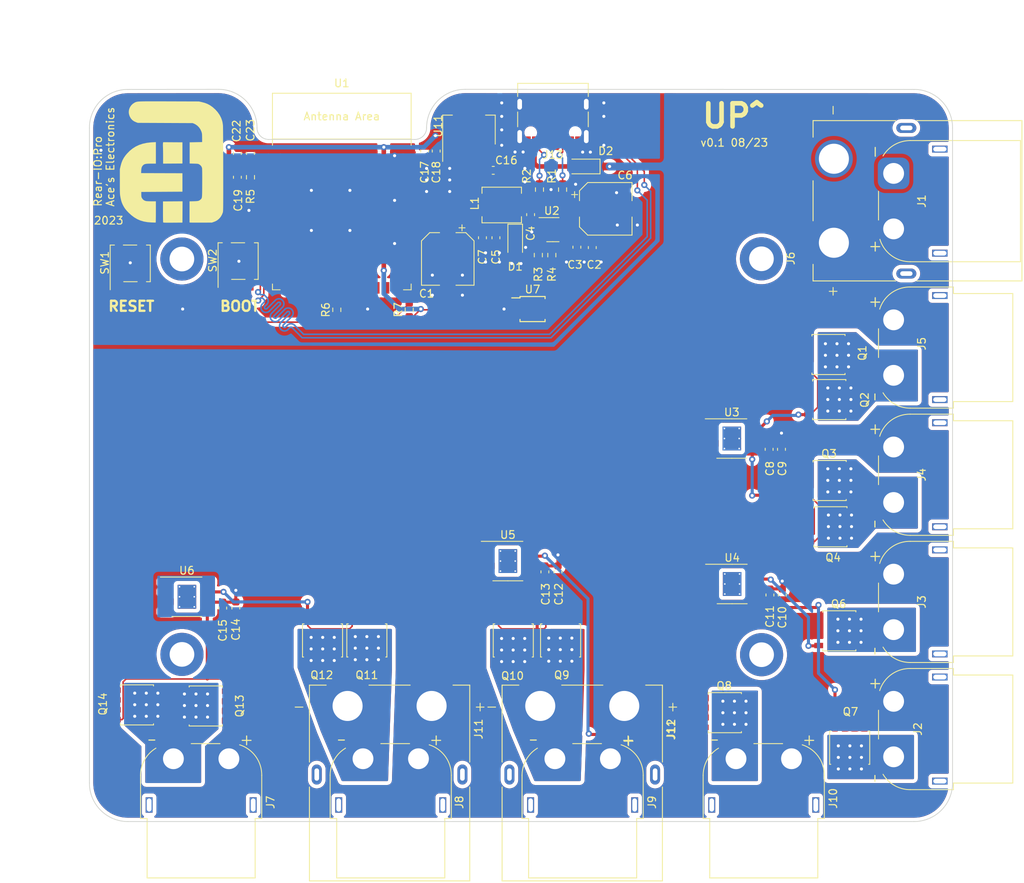
<source format=kicad_pcb>
(kicad_pcb (version 20221018) (generator pcbnew)
  (layers (0 "F.Cu" power) (1 "In1.Cu" signal) (2 "In2.Cu" signal) (31 "B.Cu" power) (34 "B.Paste" user) (35 "F.Paste" user) (36 "B.SilkS" user "B.Silkscreen") (37 "F.SilkS" user "F.Silkscreen") (38 "B.Mask" user) (39 "F.Mask" user) (44 "Edge.Cuts" user))
  (net 0 "")
  (net 34 "+5V")
  (net 35 "GND")
  (net 36 "Net-(U2-BST)")
  (net 37 "Net-(D1-K)")
  (net 38 "VBUS")
  (net 39 "Net-(J13-CC1)")
  (net 40 "USB_D+")
  (net 41 "USB_D-")
  (net 43 "Net-(J13-CC2)")
  (net 45 "Net-(U2-FB)")
  (net 46 "VIN")
  (net 47 "+3.3V")
  (net 48 "Net-(J2-Pin_1)")
  (net 49 "Net-(J3-Pin_1)")
  (net 50 "Net-(J4-Pin_1)")
  (net 51 "Net-(J5-Pin_1)")
  (net 52 "Net-(J7-Pin_1)")
  (net 53 "Net-(J11-Pin_1)")
  (net 54 "Net-(J12-Pin_1)")
  (net 55 "Net-(J10-Pin_1)")
  (net 56 "Net-(Q1-G)")
  (net 57 "Net-(Q3-G)")
  (net 58 "RST")
  (net 59 "Net-(Q10-G)")
  (net 60 "Net-(Q13-G)")
  (net 61 "Net-(U1-GPIO12{slash}TOUCH12{slash}ADC2_CH1{slash}FSPICLK{slash}FSPIIO6{slash}SUBSPICLK)")
  (net 78 "Net-(Q11-G)")
  (net 86 "Net-(Q8-G)")
  (net 87 "Net-(Q7-G)")
  (net 88 "Net-(Q6-G)")
  (net 89 "BOOT")
  (footprint "Acea:AMASS_XT90PW-F" (layer "F.Cu") (at 125.95 133.9 180)
    (fp_text reference "J11")
    (fp_text value "Conn_01x02_Pin")
  )
  (footprint "Resistor_SMD:R_0603_1608Metric" (layer "F.Cu") (at 107.9 56.4 -90)
    (fp_text reference "R5")
    (fp_text value "16k")
  )
  (footprint "Package_TO_SOT_SMD:LFPAK56" (layer "F.Cu") (at 184.3 115.25)
    (fp_text reference "Q6")
    (fp_text value "NTMFS4C03N-HXY")
  )
  (footprint "Capacitor_SMD:CP_Elec_6.3x7.7" (layer "F.Cu") (at 154 60.5)
    (fp_text reference "C6")
    (fp_text value "220uF")
  )
  (footprint "Connector_AMASS:AMASS_XT60PW-F_1x02_P7.20mm_Horizontal" (layer "F.Cu") (at 147.4 131.85 180)
    (fp_text reference "J9")
    (fp_text value "Conn_01x02_Pin")
  )
  (footprint "Package_TO_SOT_SMD:LFPAK56" (layer "F.Cu") (at 93.17 124.86)
    (fp_text reference "Q14")
    (fp_text value "NTMFS4C03N-HXY")
  )
  (footprint "Package_TO_SOT_SMD:SOT-23-6" (layer "F.Cu") (at 147.1375 63.2)
    (fp_text reference "U2")
    (fp_text value "AOZ1280CI")
  )
  (footprint "Resistor_SMD:R_0603_1608Metric" (layer "F.Cu") (at 145.4 58 90)
    (fp_text reference "R2")
    (fp_text value "5.1k")
  )
  (footprint "Package_TO_SOT_SMD:LFPAK56" (layer "F.Cu") (at 183.05 95.75)
    (fp_text reference "Q3")
    (fp_text value "NTMFS4C03N-HXY")
  )
  (footprint "Capacitor_SMD:C_0603_1608Metric" (layer "F.Cu") (at 107.9 53.3 90)
    (fp_text reference "C23")
    (fp_text value "100nF")
  )
  (footprint "Capacitor_SMD:CP_Elec_6.3x5.4" (layer "F.Cu") (at 133.5 67 -90)
    (fp_text reference "C1")
    (fp_text value "22uF")
  )
  (footprint "MountingHole:MountingHole_3.2mm_M3_DIN965_Pad" (layer "F.Cu") (at 99 67.01)
    (fp_text reference "H1" hide)
    (fp_text value "MountingHole")
  )
  (footprint "Capacitor_SMD:C_0603_1608Metric" (layer "F.Cu") (at 139.4 55.5)
    (fp_text reference "C16")
    (fp_text value "100nF")
  )
  (footprint "Package_TO_SOT_SMD:LFPAK56" (layer "F.Cu") (at 142 116.5 -90)
    (fp_text reference "Q10")
    (fp_text value "NTMFS4C03N-HXY")
  )
  (footprint "MountingHole:MountingHole_3.2mm_M3_DIN965_Pad" (layer "F.Cu") (at 174.2 66.98)
    (fp_text reference "H2" hide)
    (fp_text value "MountingHole")
  )
  (footprint "Connector_AMASS:AMASS_XT60PW-F_1x02_P7.20mm_Horizontal" (layer "F.Cu") (at 122.5 131.85 180)
    (fp_text reference "J8")
    (fp_text value "Conn_01x02_Pin")
  )
  (footprint "Capacitor_SMD:C_0603_1608Metric" (layer "F.Cu") (at 144.25 61.25 90)
    (fp_text reference "C4")
    (fp_text value "100nF")
  )
  (footprint "Connector_AMASS:AMASS_XT60PW-F_1x02_P7.20mm_Horizontal" (layer "F.Cu") (at 97.9 131.85 180)
    (fp_text reference "J7")
    (fp_text value "Conn_01x02_Pin")
  )
  (footprint "Capacitor_SMD:C_0603_1608Metric" (layer "F.Cu") (at 106.2 56.4 -90)
    (fp_text reference "C19")
    (fp_text value "100nF")
  )
  (footprint "Package_SO:HSOP-8-1EP_3.9x4.9mm_P1.27mm_EP2.41x3.1mm_ThermalVias" (layer "F.Cu") (at 141.295 106.2)
    (fp_text reference "U5")
    (fp_text value "MIC4426")
  )
  (footprint "Capacitor_SMD:C_0603_1608Metric" (layer "F.Cu") (at 138 64.25 -90)
    (fp_text reference "C7")
    (fp_text value "10uF")
  )
  (footprint "Connector_AMASS:AMASS_XT60PW-M_1x02_P7.20mm_Horizontal" (layer "F.Cu") (at 191.35 55.9 -90)
    (fp_text reference "J1")
    (fp_text value "Conn_01x02_Pin")
  )
  (footprint "Connector_AMASS:AMASS_XT60PW-F_1x02_P7.20mm_Horizontal" (layer "F.Cu") (at 191.35 82.1 -90)
    (fp_text reference "J5")
    (fp_text value "Conn_01x02_Pin")
  )
  (footprint "Package_TO_SOT_SMD:SOT-223" (layer "F.Cu") (at 136.25 50.25 90)
    (fp_text reference "U11")
    (fp_text value "TLV1117-33")
  )
  (footprint "Resistor_SMD:R_0603_1608Metric" (layer "F.Cu") (at 119.1 73.6 90)
    (fp_text reference "R6")
    (fp_text value "16k")
  )
  (footprint "Connector_AMASS:AMASS_XT60PW-F_1x02_P7.20mm_Horizontal" (layer "F.Cu") (at 191.35 131.6 -90)
    (fp_text reference "J2")
    (fp_text value "Conn_01x02_Pin")
  )
  (footprint "Capacitor_SMD:C_0603_1608Metric" (layer "F.Cu") (at 106.2 53.3 90)
    (fp_text reference "C22")
    (fp_text value "10uF")
  )
  (footprint "Capacitor_SMD:C_0603_1608Metric" (layer "F.Cu") (at 146.1 107.6 -90)
    (fp_text reference "C13")
    (fp_text value "100nF")
  )
  (footprint "Inductor_SMD:L_Chilisin_BMRA00040415" (layer "F.Cu") (at 140.5 60 180)
    (fp_text reference "L1")
    (fp_text value "10uH")
  )
  (footprint "Package_TO_SOT_SMD:LFPAK56" (layer "F.Cu") (at 102.1 125 180)
    (fp_text reference "Q13")
    (fp_text value "NTMFS4C03N-HXY")
  )
  (footprint "Resistor_SMD:R_0603_1608Metric" (layer "F.Cu") (at 145.25 66.5 -90)
    (fp_text reference "R3")
    (fp_text value "82k")
  )
  (footprint "Package_TO_SOT_SMD:LFPAK56" (layer "F.Cu") (at 185.65 130.42 -90)
    (fp_text reference "Q7")
    (fp_text value "NTMFS4C03N-HXY")
  )
  (footprint "Capacitor_SMD:C_0603_1608Metric" (layer "F.Cu") (at 106 112.285 -90)
    (fp_text reference "C14")
    (fp_text value "10uF")
  )
  (footprint "Resistor_SMD:R_0603_1608Metric" (layer "F.Cu") (at 147 66.5 90)
    (fp_text reference "R4")
    (fp_text value "16k")
  )
  (footprint "Package_TO_SOT_SMD:LFPAK56" (layer "F.Cu") (at 169.45 125.87)
    (fp_text reference "Q8")
    (fp_text value "NTMFS4C03N-HXY")
  )
  (footprint "Package_SO:TSSOP-10_3x3mm_P0.5mm" (layer "F.Cu") (at 144.5 73.5)
    (fp_text reference "U7")
    (fp_text value "ADS1115IDGS")
  )
  (footprint "Package_TO_SOT_SMD:LFPAK56" (layer "F.Cu") (at 182.9 79.4)
    (fp_text reference "Q1")
    (fp_text value "NTMFS4C03N-HXY")
  )
  (footprint "Capacitor_SMD:C_0603_1608Metric" (layer "F.Cu") (at 147.8 107.6 -90)
    (fp_text reference "C12")
    (fp_text value "10uF")
  )
  (footprint "Capacitor_SMD:C_0603_1608Metric" (layer "F.Cu") (at 130.5 53 -90)
    (fp_text reference "C17")
    (fp_text value "10uF")
  )
  (footprint "Capacitor_SMD:C_0603_1608Metric" (layer "F.Cu") (at 132 53 -90)
    (fp_text reference "C18")
    (fp_text value "100nF")
  )
  (footprint "Capacitor_SMD:C_0603_1608Metric" (layer "F.Cu") (at 104.3 112.3 -90)
    (fp_text reference "C15")
    (fp_text value "100nF")
  )
  (footprint "Acea:ae_15mm" (layer "F.Cu") (at 97.6 54.6)
    (fp_text reference "G***" hide)
    (fp_text value "LOGO" hide)
  )
  (footprint "Package_TO_SOT_SMD:LFPAK56" (layer "F.Cu") (at 183.15 101.75)
    (fp_text reference "Q4")
    (fp_text value "NTMFS4C03N-HXY")
  )
  (footprint "Capacitor_SMD:C_0603_1608Metric" (layer "F.Cu") (at 152.25 65.525 -90)
    (fp_text reference "C2")
    (fp_text value "10uF")
  )
  (footprint "Acea:TS4550TP" (layer "F.Cu") (at 106.3 67.2 90)
    (fp_text reference "SW2")
    (fp_text value "C620183")
  )
  (footprint "Package_SO:HSOP-8-1EP_3.9x4.9mm_P1.27mm_EP2.41x3.1mm_ThermalVias" (layer "F.Cu") (at 99.65 110.835)
    (fp_text reference "U6")
    (fp_text value "MIC4426")
  )
  (footprint "Connector_USB:USB_C_Receptacle_G-Switch_GT-USB-7010ASV" (layer "F.Cu") (at 147.15 48 180)
    (fp_text reference "J13")
    (fp_text value "USB_C_Receptacle_USB2.0")
  )
  (footprint "Capacitor_SMD:C_0603_1608Metric" (layer "F.Cu") (at 175.3 110.6 -90)
    (fp_text reference "C11")
    (fp_text value "100nF")
  )
  (footprint "Resistor_SMD:R_0603_1608Metric" (layer "F.Cu") (at 148.4 58 -90)
    (fp_text reference "R1")
    (fp_text value "5.1k")
  )
  (footprint "Connector_AMASS:AMASS_XT60PW-F_1x02_P7.20mm_Horizontal" (layer "F.Cu") (at 170.9 131.85 180)
    (fp_text reference "J10")
    (fp_text value "Conn_01x02_Pin")
  )
  (footprint "Package_SO:HSOP-8-1EP_3.9x4.9mm_P1.27mm_EP2.41x3.1mm_ThermalVias" (layer "F.Cu") (at 170.355 90.3)
    (fp_text reference "U3")
    (fp_text value "MIC4426")
  )
  (footprint "Connector_AMASS:AMASS_XT60PW-F_1x02_P7.20mm_Horizontal" (layer "F.Cu") (at 191.35 98.6 -90)
    (fp_text reference "J4")
    (fp_text value "Conn_01x02_Pin")
  )
  (footprint "Package_TO_SOT_SMD:LFPAK56" (layer "F.Cu") (at 148.14 116.5 -90)
    (fp_text reference "Q9")
    (fp_text value "NTMFS4C03N-HXY")
  )
  (footprint "Capacitor_SMD:C_0603_1608Metric" (layer "F.Cu") (at 176.9 110.6 -90)
    (fp_text reference "C10")
    (fp_text value "10uF")
  )
  (footprint "MountingHole:MountingHole_3.2mm_M3_DIN965_Pad" (layer "F.Cu") (at 99.01 118.31)
    (fp_text reference "H4" hide)
    (fp_text value "MountingHole")
  )
  (footprint "Diode_SMD:Nexperia_CFP3_SOD-123W" (layer "F.Cu") (at 142.25 64.75 -90)
    (fp_text reference "D1")
    (fp_text value "PMEG6020ER")
  )
  (footprint "MountingHole:MountingHole_3.2mm_M3_DIN965_Pad" (layer "F.Cu") (at 174.22 118.35)
    (fp_text reference "H3" hide)
    (fp_text value "MountingHole")
  )
  (footprint "Capacitor_SMD:C_0603_1608Metric" (layer "F.Cu") (at 176.8 91.7 -90)
    (fp_text reference "C9")
    (fp_text value "100nF")
  )
  (footprint "Package_TO_SOT_SMD:LFPAK56" (layer "F.Cu") (at 117.25 116.5 -90)
    (fp_text reference "Q12")
    (fp_text value "NTMFS4C03N-HXY")
  )
  (footprint "Acea:TS4550TP" (layer "F.Cu") (at 92.3 67.5 90)
    (fp_text reference "SW1")
    (fp_text value "C620183")
  )
  (footprint "Acea:AMASS_XT90PW-F" (layer "F.Cu") (at 150.95 133.9 180)
    (fp_text reference "J12")
    (fp_text value "Conn_01x02_Pin")
  )
  (footprint "Espressif:ESP32-S3-WROOM-1" (layer "F.Cu") (at 119.75 61.25)
    (fp_text reference "U1")
    (fp_text value "ESP32-S3-WROOM-1")
  )
  (footprint "Capacitor_SMD:C_0603_1608Metric" (layer "F.Cu") (at 175.2 91.7 -90)
    (fp_text reference "C8")
    (fp_text value "10uF")
  )
  (footprint "Resistor_SMD:R_0603_1608Metric" (layer "F.Cu") (at 128.5 73.6 90)
    (fp_text reference "R7")
    (fp_text value "16k")
  )
  (footprint "Package_TO_SOT_SMD:LFPAK56" (layer "F.Cu") (at 183 85.25)
    (fp_text reference "Q2")
    (fp_text value "NTMFS4C03N-HXY")
  )
  (footprint "Connector_AMASS:AMASS_XT60PW-F_1x02_P7.20mm_Horizontal" (layer "F.Cu") (at 191.35 115.1 -90)
    (fp_text reference "J3")
    (fp_text value "Conn_01x02_Pin")
  )
  (footprint "Capacitor_SMD:C_0603_1608Metric" (layer "F.Cu") (at 139.75 64.25 -90)
    (fp_text reference "C5")
    (fp_text value "100nF")
  )
  (footprint "Diode_SMD:Nexperia_CFP3_SOD-123W" (layer "F.Cu") (at 151 55 180)
    (fp_text reference "D2")
    (fp_text value "PMEG6020ER")
  )
  (footprint "Package_TO_SOT_SMD:LFPAK56" (layer "F.Cu") (at 123 116.5 -90)
    (fp_text reference "Q11")
    (fp_text value "NTMFS4C03N-HXY")
  )
  (footprint "Package_SO:HSOP-8-1EP_3.9x4.9mm_P1.27mm_EP2.41x3.1mm_ThermalVias" (layer "F.Cu") (at 170.4 109.175)
    (fp_text reference "U4")
    (fp_text value "MIC4426")
  )
  (footprint "Capacitor_SMD:C_0603_1608Metric" (layer "F.Cu") (at 150.25 65.475 -90)
    (fp_text reference "C3")
    (fp_text value "100nF")
  )
  (footprint "Acea:AMASS_XT90PW-M" (layer "F.Cu") (at 193 59.45 90)
    (fp_text reference "J6")
    (fp_text value "Conn_01x02_Pin")
  )
  (gr_line (start 110.25 51.49) (end 129.25 51.49) (stroke (width 0.1)) (layer "Edge.Cuts"))
  (gr_line (start 199 50) (end 199 135) (stroke (width 0.1)) (layer "Edge.Cuts"))
  (gr_line (start 87 135) (end 87 50) (stroke (width 0.1)) (layer "Edge.Cuts"))
  (gr_arc (start 92 140) (mid 88.464466 138.535534) (end 87 135) (stroke (width 0.1)) (layer "Edge.Cuts"))
  (gr_arc (start 194 45) (mid 197.535534 46.464466) (end 199 50) (stroke (width 0.1)) (layer "Edge.Cuts"))
  (gr_arc (start 130.75 49.99) (mid 130.31066 51.05066) (end 129.25 51.49) (stroke (width 0.1)) (layer "Edge.Cuts"))
  (gr_arc (start 110.25 51.49) (mid 109.18934 51.05066) (end 108.75 49.99) (stroke (width 0.1)) (layer "Edge.Cuts"))
  (gr_line (start 194 140) (end 92 140) (stroke (width 0.1)) (layer "Edge.Cuts"))
  (gr_arc (start 103.75 44.99) (mid 107.285534 46.454466) (end 108.75 49.99) (stroke (width 0.1)) (layer "Edge.Cuts"))
  (gr_line (start 92 45) (end 103.75 44.99) (stroke (width 0.1)) (layer "Edge.Cuts"))
  (gr_arc (start 130.75 49.99) (mid 132.214466 46.454466) (end 135.75 44.99) (stroke (width 0.1)) (layer "Edge.Cuts"))
  (gr_line (start 135.75 44.99) (end 194 45) (stroke (width 0.1)) (layer "Edge.Cuts"))
  (gr_arc (start 199 135) (mid 197.535534 138.535534) (end 194 140) (stroke (width 0.1)) (layer "Edge.Cuts"))
  (gr_arc (start 87 50) (mid 88.464466 46.464466) (end 92 45) (stroke (width 0.1)) (layer "Edge.Cuts"))
  (gr_text "RESET" (at 89.3 73.9) (layer "F.SilkS") (effects (font (size 1.3 1.3) (thickness 0.3) bold) (justify left bottom)))
  (gr_text "BOOT" (at 103.8 73.9) (layer "F.SilkS") (effects (font (size 1.3 1.3) (thickness 0.3) bold) (justify left bottom)))
  (gr_text "2023" (at 87.5 62.6) (layer "F.SilkS") (effects (font (size 1 1)) (justify left bottom)))
  (gr_text "Rear-IO:Pro\nAce's Electronics" (at 90.3 60.3 90) (layer "F.SilkS") (effects (font (size 1 1)) (justify left bottom)))
  (gr_text "v0.1 08/23" (at 166.2 52.5) (layer "F.SilkS") (effects (font (size 1 1)) (justify left bottom)))
  (gr_text "UP^" (at 166.2 50.2) (layer "F.SilkS") (effects (font (size 3 3) (thickness 0.6) bold) (justify left bottom)))
  (segment (start 137.25 68.75) (end 133.5 65) (width 0.2) (layer "F.Cu") (net 34))
  (segment (start 145.25 66) (end 144.475 66.775) (width 0.2) (layer "F.Cu") (net 34))
  (segment (start 144 68.75) (end 137.25 68.75) (width 0.2) (layer "F.Cu") (net 34))
  (segment (start 145.25 65.675) (end 145.25 66) (width 0.2) (layer "F.Cu") (net 34))
  (segment (start 144.475 66.775) (end 144.475 68.275) (width 0.2) (layer "F.Cu") (net 34))
  (segment (start 144.475 68.275) (end 144 68.75) (width 0.2) (layer "F.Cu") (net 34))
  (segment (start 147.925 65.675) (end 148.5 66.25) (width 0.5) (layer "F.Cu") (net 35))
  (segment (start 147.1625 65.5125) (end 147 65.675) (width 0.5) (layer "F.Cu") (net 35))
  (segment (start 148.5 66.25) (end 152.2 66.25) (width 0.5) (layer "F.Cu") (net 35))
  (segment (start 147.1625 63.6625) (end 147.1625 65.5125) (width 0.5) (layer "F.Cu") (net 35))
  (segment (start 150.35 51.725) (end 150.87 51.725) (width 0.6) (layer "F.Cu") (net 35))
  (segment (start 147 65.675) (end 147.925 65.675) (width 0.5) (layer "F.Cu") (net 35))
  (segment (start 142.35 73.5) (end 140.8 73.5) (width 0.2) (layer "F.Cu") (net 35))
  (segment (start 150.87 51.725) (end 151.47 51.125) (width 0.6) (layer "F.Cu") (net 35))
  (segment (start 146.7 63.2) (end 147.1625 63.6625) (width 0.5) (layer "F.Cu") (net 35))
  (segment (start 146 63.2) (end 146.7 63.2) (width 0.5) (layer "F.Cu") (net 35))
  (via (at 133.75 56.75) (size 0.8) (drill 0.4) (layers "F.Cu" "B.Cu") (net 35))
  (via (at 140.5 52.25) (size 0.8) (drill 0.4) (layers "F.Cu" "B.Cu") (net 35))
  (via (at 151 53.137637) (size 0.8) (drill 0.4) (layers "F.Cu" "B.Cu") (net 35))
  (via (at 130.75 55.25) (size 0.8) (drill 0.4) (layers "F.Cu" "B.Cu") (net 35))
  (via (at 140.2 67.4) (size 0.8) (drill 0.4) (layers "F.Cu" "B.Cu") (net 35))
  (via (at 153.75 46.75) (size 0.8) (drill 0.4) (layers "F.Cu" "B.Cu") (net 35))
  (via (at 143.6 65.5) (size 0.8) (drill 0.4) (layers "F.Cu" "B.Cu") (net 35))
  (via (at 140.2 66.2) (size 0.8) (drill 0.4) (layers "F.Cu" "B.Cu") (net 35))
  (via (at 140.5 46.75) (size 0.8) (drill 0.4) (layers "F.Cu" "B.Cu") (net 35))
  (via (at 153.4 67.4) (size 0.8) (drill 0.4) (layers "F.Cu" "B.Cu") (net 35))
  (via (at 143.5 57) (size 0.8) (drill 0.4) (layers "F.Cu" "B.Cu") (net 35))
  (via (at 144.4 63.5) (size 0.8) (drill 0.4) (layers "F.Cu" "B.Cu") (net 35))
  (via (at 123.1 73.5) (size 0.8) (drill 0.4) (layers "F.Cu" "B.Cu") (net 35))
  (via (at 155.4 58.4) (size 0.8) (drill 0.4) (layers "F.Cu" "B.Cu") (net 35))
  (via (at 146.898236 58) (size 0.8) (drill 0.4) (layers "F.Cu" "B.Cu") (net 35))
  (via (at 140.8 73.5) (size 0.8) (drill 0.4) (layers "F.Cu" "B.Cu") (net 35))
  (via (at 143.275 53.125) (size 0.8) (drill 0.4) (layers "F.Cu" "B.Cu") (net 35))
  (via (at 120.8 58.1) (size 0.8) (drill 0.4) (layers "F.Cu" "B.Cu") (net 35))
  (via (at 131.5 71.7) (size 0.8) (drill 0.4) (layers "F.Cu" "B.Cu") (net 35))
  (via (at 150.086172 57.309318) (size 0.8) (drill 0.4) (layers "F.Cu" "B.Cu") (net 35))
  (via (at 143 67.6) (size 0.8) (drill 0.4) (layers "F.Cu" "B.Cu") (net 35))
  (via (at 158.1 62.6) (size 0.8) (drill 0.4) (layers "F.Cu" "B.Cu") (net 35))
  (via (at 92.3 67.5) (size 0.8) (drill 0.4) (layers "F.Cu" "B.Cu") (net 35))
  (via (at 126.6 65) (size 0.8) (drill 0.4) (layers "F.Cu" "B.Cu") (net 35))
  (via (at 138.4 67.4) (size 0.8) (drill 0.4) (layers "F.Cu" "B.Cu") (net 35))
  (via (at 133.75 58.25) (size 0.8) (drill 0.4) (layers "F.Cu" "B.Cu") (net 35))
  (via (at 135.4 69.1) (size 0.8) (drill 0.4) (layers "F.Cu" "B.Cu") (net 35))
  (via (at 115.8 63.3) (size 0.8) (drill 0.4) (layers "F.Cu" "B.Cu") (net 35))
  (via (at 138.4 66.2) (size 0.8) (drill 0.4) (layers "F.Cu" "B.Cu") (net 35))
  (via (at 141.8 67.6) (size 0.8) (drill 0.4) (layers "F.Cu" "B.Cu") (net 35))
  (via (at 115.8 58.1) (size 0.8) (drill 0.4) (layers "F.Cu" "B.Cu") (net 35))
  (via (at 151.2 67.4) (size 0.8) (drill 0.4) (layers "F.Cu" "B.Cu") (net 35))
  (via (at 148.9 67.4) (size 0.8) (drill 0.4) (layers "F.Cu" "B.Cu") (net 35))
  (via (at 131.5 69.1) (size 0.8) (drill 0.4) (layers "F.Cu" "B.Cu") (net 35))
  (via (at 140.5 50.25) (size 0.8) (drill 0.4) (layers "F.Cu" "B.Cu") (net 35))
  (via (at 99.1 73.5) (size 0.8) (drill 0.4) (layers "F.Cu" "B.Cu") (net 35))
  (via (at 88.5 52.9) (size 0.8) (drill 0.4) (layers "F.Cu" "B.Cu") (net 35))
  (via (at 140.5 48.5) (size 0.8) (drill 0.4) (layers "F.Cu" "B.Cu") (net 35))
  (via (at 130.75 56.75) (size 0.8) (drill 0.4) (layers "F.Cu" "B.Cu") (net 35))
  (via (at 126.6 59.4) (size 0.8) (drill 0.4) (layers "F.Cu" "B.Cu") (net 35))
  (via (at 133.75 55.25) (size 0.8) (drill 0.4) (layers "F.Cu" "B.Cu") (net 35))
  (via (at 130.75 58.25) (size 0.8) (drill 0.4) (layers "F.Cu" "B.Cu") (net 35))
  (via (at 152 53.137637) (size 0.8) (drill 0.4) (layers "F.Cu" "B.Cu") (net 35))
  (via (at 142.225 53.125) (size 0.8) (drill 0.4) (layers "F.Cu" "B.Cu") (net 35))
  (via (at 120.8 63.3) (size 0.8) (drill 0.4) (layers "F.Cu" "B.Cu") (net 35))
  (via (at 153.75 48.5) (size 0.8) (drill 0.4) (layers "F.Cu" "B.Cu") (net 35))
  (via (at 146.898236 56.350293) (size 0.8) (drill 0.4) (layers "F.Cu" "B.Cu") (net 35))
  (via (at 107.7 60.7) (size 0.8) (drill 0.4) (layers "F.Cu" "B.Cu") (net 35))
  (via (at 155.5 62.6) (size 0.8) (drill 0.4) (layers "F.Cu" "B.Cu") (net 35))
  (via (at 135.4 71.7) (size 0.8) (drill 0.4) (layers "F.Cu" "B.Cu") (net 35))
  (via (at 106.4 67.3) (size 0.8) (drill 0.4) (layers "F.Cu" "B.Cu") (net 35))
  (via (at 126.6 53.6) (size 0.8) (drill 0.4) (layers "F.Cu" "B.Cu") (net 35))
  (via (at 143.5 55.25) (size 0.8) (drill 0.4) (layers "F.Cu" "B.Cu") (net 35))
  (via (at 153.75 52.25) (size 0.8) (drill 0.4) (layers "F.Cu" "B.Cu") (net 35))
  (segment (start 146 62.25) (end 145.5 62.25) (width 0.6) (layer "F.Cu") (net 36))
  (segment (start 144.25 62.025) (end 145.225 62.025) (width 0.6) (layer "F.Cu") (net 36))
  (segment (start 145.5 62.25) (end 145.25 62) (width 0.6) (layer "F.Cu") (net 36))
  (segment (start 145.225 62.025) (end 145.25 62) (width 0.6) (layer "F.Cu") (net 36))
  (segment (start 149.55 51.725) (end 149.55 54.95) (width 0.6) (layer "F.Cu") (net 38))
  (segment (start 144.75 51.725) (end 144.75 54.6) (width 0.6) (layer "F.Cu") (net 38))
  (segment (start 144.75 54.6) (end 145.15 55) (width 0.6) (layer "F.Cu") (net 38))
  (segment (start 145.15 55) (end 149.6 55) (width 0.6) (layer "F.Cu") (net 38))
  (segment (start 148 53.525) (end 148.4 53.125) (width 0.2) (layer "F.Cu") (net 39))
  (segment (start 148.4 56.166595) (end 148.387727 56.154322) (width 0.2) (layer "F.Cu") (net 39))
  (segment (start 148.4 53.125) (end 148.4 51.725) (width 0.2) (layer "F.Cu") (net 39))
  (segment (start 148.4 57.175) (end 148.4 56.166595) (width 0.2) (layer "F.Cu") (net 39))
  (via (at 148 53.525) (size 0.8) (drill 0.4) (layers "F.Cu" "B.Cu") (net 39))
  (via (at 148.387727 56.154322) (size 0.8) (drill 0.4) (layers "F.Cu" "B.Cu") (net 39))
  (segment (start 148.387727 53.912727) (end 148.387727 56.154322) (width 0.2) (layer "B.Cu") (net 39))
  (segment (start 148 53.525) (end 148.387727 53.912727) (width 0.2) (layer "B.Cu") (net 39))
  (segment (start 159 57.4) (end 159 55.648) (width 0.2) (layer "F.Cu") (net 40))
  (segment (start 109.631365 70.235032) (end 110.366397 69.5) (width 0.2) (layer "F.Cu") (net 40))
  (segment (start 110.366397 69.5) (end 111 69.5) (width 0.2) (layer "F.Cu") (net 40))
  (segment (start 147.25 50.0318) (end 147.25 50.6) (width 0.2) (layer "F.Cu") (net 40))
  (segment (start 147.4 50.75) (end 147.4 51.725) (width 0.2) (layer "F.Cu") (net 40))
  (segment (start 146.4 50.725) (end 146.525 50.6) (width 0.2) (layer "F.Cu") (net 40))
  (segment (start 152.227 48.875) (end 148.4068 48.875) (width 0.2) (layer "F.Cu") (net 40))
  (segment (start 146.4 51.725) (end 146.4 50.725) (width 0.2) (layer "F.Cu") (net 40))
  (segment (start 159 55.648) (end 152.227 48.875) (width 0.2) (layer "F.Cu") (net 40))
  (segment (start 148.4068 48.875) (end 147.25 50.0318) (width 0.2) (layer "F.Cu") (net 40))
  (segment (start 108.9 72.4) (end 109.631365 71.668635) (width 0.2) (layer "F.Cu") (net 40))
  (segment (start 147.25 50.6) (end 147.4 50.75) (width 0.2) (layer "F.Cu") (net 40))
  (segment (start 109.631365 71.668635) (end 109.631365 70.235032) (width 0.2) (layer "F.Cu") (net 40))
  (segment (start 146.525 50.6) (end 147.25 50.6) (width 0.2) (layer "F.Cu") (net 40))
  (via (at 159 57.4) (size 0.8) (drill 0.4) (layers "F.Cu" "B.Cu") (net 40))
  (via (at 108.9 72.4) (size 0.8) (drill 0.4) (layers "F.Cu" "B.Cu") (net 40))
  (segment (start 110.372106 73.749216) (end 110.372106 73.749217) (width 0.2) (layer "B.Cu") (net 40))
  (segment (start 111.57422 74.951269) (end 111.57422 74.95127) (width 0.2) (layer "B.Cu") (net 40))
  (segment (start 109.466697 72.084897) (end 109.6909 72.309099) (width 0.2) (layer "B.Cu") (net 40))
  (segment (start 112.776285 76.153371) (end 112.776285 76.153372) (width 0.2) (layer "B.Cu") (net 40))
  (segment (start 112.934168 74.157007) (end 112.934169 74.157006) (width 0.2) (layer "B.Cu") (net 40))
  (segment (start 109.215103 72.084897) (end 109.466697 72.084897) (width 0.2) (layer "B.Cu") (net 40))
  (segment (start 111.57422 74.95127) (end 112.112744 74.412744) (width 0.2) (layer "B.Cu") (net 40))
  (segment (start 111.732072 72.954937) (end 111.732073 72.954936) (width 0.2) (layer "B.Cu") (net 40))
  (segment (start 111.069762 73.051563) (end 111.449229 72.672093) (width 0.2) (layer "B.Cu") (net 40))
  (segment (start 159.825001 58.225001) (end 159 57.4) (width 0.2) (layer "B.Cu") (net 40))
  (segment (start 146.8932 77.225) (end 159.825001 64.293199) (width 0.2) (layer "B.Cu") (net 40))
  (segment (start 108.9 72.4) (end 109.215103 72.084897) (width 0.2) (layer "B.Cu") (net 40))
  (segment (start 112.934169 74.157006) (end 111.857044 75.23413) (width 0.2) (layer "B.Cu") (net 40))
  (segment (start 109.6909 72.591943) (end 109.6909 72.591942) (width 0.2) (layer "B.Cu") (net 40))
  (segment (start 110.65498 74.95127) (end 110.654979 74.95127) (width 0.2) (layer "B.Cu") (net 40))
  (segment (start 114.6068 77.225) (end 146.8932 77.225) (width 0.2) (layer "B.Cu") (net 40))
  (segment (start 112.776285 76.153372) (end 113.014307 75.915349) (width 0.2) (layer "B.Cu") (net 40))
  (segment (start 109.452866 73.749217) (end 109.452865 73.749217) (width 0.2) (layer "B.Cu") (net 40))
  (segment (start 111.857043 76.153371) (end 111.857044 76.153372) (width 0.2) (layer "B.Cu") (net 40))
  (segment (start 110.372106 73.749217) (end 111.069762 73.051563) (width 0.2) (layer "B.Cu") (net 40))
  (segment (start 111.732073 72.954936) (end 110.654979 74.032029) (width 0.2) (layer "B.Cu") (net 40))
  (segment (start 159.825001 64.293199) (end 159.825001 58.225001) (width 0.2) (layer "B.Cu") (net 40))
  (segment (start 113.297149 75.915349) (end 114.6068 77.225) (width 0.2) (layer "B.Cu") (net 40))
  (segment (start 111.732072 72.672094) (end 111.732073 72.672094) (width 0.2) (layer "B.Cu") (net 40))
  (segment (start 113.29715 75.91535) (end 113.297149 75.915349) (width 0.2) (layer "B.Cu") (net 40))
  (segment (start 112.112744 74.412744) (end 112.651327 73.874164) (width 0.2) (layer "B.Cu") (net 40))
  (segment (start 109.6909 72.591942) (end 109.452865 72.829976) (width 0.2) (layer "B.Cu") (net 40))
  (arc (start 110.654979 74.032029) (mid 110.464598 74.49165) (end 110.65498 74.95127) (width 0.2) (layer "B.Cu") (net 40))
  (arc (start 109.452865 73.749217) (mid 109.912486 73.939598) (end 110.372106 73.749216) (width 0.2) (layer "B.Cu") (net 40))
  (arc (start 111.732073 72.672094) (mid 111.790651 72.813516) (end 111.732072 72.954937) (width 0.2) (layer "B.Cu") (net 40))
  (arc (start 111.449229 72.672093) (mid 111.590651 72.613515) (end 111.732072 72.672094) (width 0.2) (layer "B.Cu") (net 40))
  (arc (start 109.452865 72.829976) (mid 109.262484 73.289597) (end 109.452866 73.749217) (width 0.2) (layer "B.Cu") (net 40))
  (arc (start 110.654979 74.95127) (mid 111.1146 75.141651) (end 111.57422 74.951269) (width 0.2) (layer "B.Cu") (net 40))
  (arc (start 111.857044 76.153372) (mid 112.316665 76.343753) (end 112.776285 76.153371) (width 0.2) (layer "B.Cu") (net 40))
  (arc (start 111.857044 75.23413) (mid 111.666662 75.69375) (end 111.857043 76.153371) (width 0.2) (layer "B.Cu") (net 40))
  (arc (start 112.651327 73.874164) (mid 112.792747 73.815585) (end 112.934169 73.874164) (width 0.2) (layer "B.Cu") (net 40))
  (arc (start 112.934169 73.874164) (mid 112.992747 74.015586) (end 112.934168 74.157007) (width 0.2) (layer "B.Cu") (net 40))
  (arc (start 113.014307 75.915349) (mid 113.155729 75.856771) (end 113.29715 75.91535) (width 0.2) (layer "B.Cu") (net 40))
  (arc (start 109.6909 72.309099) (mid 109.749479 72.450521) (end 109.6909 72.591943) (width 0.2) (layer "B.Cu") (net 40))
  (segment (start 109.55 68.35) (end 109.55 69.68) (width 0.2) (layer "F.Cu") (net 41))
  (segment (start 109.181363 71.001158) (end 108.881364 71.301157) (width 0.2) (layer "F.Cu") (net 41))
  (segment (start 158.1 58.1) (end 158.1 55.384397) (width 0.2) (layer "F.Cu") (net 41))
  (segment (start 158.1 55.384397) (end 152.040603 49.325) (width 0.2) (layer "F.Cu") (net 41))
  (segment (start 146.9 51.725) (end 146.9 52.575) (width 0.2) (layer "F.Cu") (net 41))
  (segment (start 109.55 69.68) (end 109.181363 70.048637) (width 0.2) (layer "F.Cu") (net 41))
  (segment (start 146.9 52.575) (end 147.075 52.75) (width 0.2) (layer "F.Cu") (net 41))
  (segment (start 147.7 50.484314) (end 147.9 50.684314) (width 0.2) (layer "F.Cu") (net 41))
  (segment (start 152.040603 49.325) (end 148.5932 49.325) (width 0.2) (layer "F.Cu") (net 41))
  (segment (start 147.9 50.684314) (end 147.9 51.725) (width 0.2) (layer "F.Cu") (net 41))
  (segment (start 148.5932 49.325) (end 147.7 50.2182) (width 0.2) (layer "F.Cu") (net 41))
  (segment (start 147.9 52.65) (end 147.9 51.725) (width 0.2) (layer "F.Cu") (net 41))
  (segment (start 147.8 52.75) (end 147.9 52.65) (width 0.2) (layer "F.Cu") (net 41))
  (segment (start 147.075 52.75) (end 147.8 52.75) (width 0.2) (layer "F.Cu") (net 41))
  (segment (start 110.88 68.35) (end 109.55 68.35) (width 0.2) (layer "F.Cu") (net 41))
  (segment (start 147.7 50.2182) (end 147.7 50.484314) (width 0.2) (layer "F.Cu") (net 41))
  (segment (start 111 68.23) (end 110.88 68.35) (width 0.2) (layer "F.Cu") (net 41))
  (segment (start 109.181363 70.048637) (end 109.181363 71.001158) (width 0.2) (layer "F.Cu") (net 41))
  (via (at 158.1 58.1) (size 0.8) (drill 0.4) (layers "F.Cu" "B.Cu") (net 41))
  (via (at 108.881364 71.301157) (size 0.8) (drill 0.4) (layers "F.Cu" "B.Cu") (net 41))
  (segment (start 111.256021 74.63307) (end 111.25602 74.633071) (width 0.2) (layer "B.Cu") (net 41))
  (segment (start 113.615348 75.59715) (end 113.615348 75.597149) (width 0.2) (layer "B.Cu") (net 41))
  (segment (start 113.615348 75.597149) (end 114.7932 76.775) (width 0.2) (layer "B.Cu") (net 41))
  (segment (start 113.252368 74.475204) (end 112.175243 75.552329) (width 0.2) (layer "B.Cu") (net 41))
  (segment (start 108.881364 71.301157) (end 109.215103 71.634896) (width 0.2) (layer "B.Cu") (net 41))
  (segment (start 113.252368 74.475205) (end 113.252368 74.475204) (width 0.2) (layer "B.Cu") (net 41))
  (segment (start 112.050271 72.353895) (end 112.050272 72.353895) (width 0.2) (layer "B.Cu") (net 41))
  (segment (start 112.458085 75.835172) (end 112.696107 75.597149) (width 0.2) (layer "B.Cu") (net 41))
  (segment (start 110.973179 74.633071) (end 110.973178 74.633071) (width 0.2) (layer "B.Cu") (net 41))
  (segment (start 159.374999 59.374999) (end 158.1 58.1) (width 0.2) (layer "B.Cu") (net 41))
  (segment (start 110.009099 72.910141) (end 109.771064 73.148175) (width 0.2) (layer "B.Cu") (net 41))
  (segment (start 109.215103 71.634896) (end 109.653096 71.634896) (width 0.2) (layer "B.Cu") (net 41))
  (segment (start 112.050271 73.273136) (end 112.050271 73.273135) (width 0.2) (layer "B.Cu") (net 41))
  (segment (start 112.050271 73.273135) (end 110.973178 74.350228) (width 0.2) (layer "B.Cu") (net 41))
  (segment (start 112.175242 75.835172) (end 112.175243 75.835172) (width 0.2) (layer "B.Cu") (net 41))
  (segment (start 109.771065 73.431018) (end 109.771064 73.431017) (width 0.2) (layer "B.Cu") (net 41))
  (segment (start 114.7932 76.775) (end 146.7068 76.775) (width 0.2) (layer "B.Cu") (net 41))
  (segment (start 159.374999 64.106801) (end 159.374999 59.374999) (width 0.2) (layer "B.Cu") (net 41))
  (segment (start 110.053907 73.431016) (end 110.053906 73.431017) (width 0.2) (layer "B.Cu") (net 41))
  (segment (start 112.458086 75.835171) (end 112.458085 75.835172) (width 0.2) (layer "B.Cu") (net 41))
  (segment (start 110.009099 72.910142) (end 110.009099 72.910141) (width 0.2) (layer "B.Cu") (net 41))
  (segment (start 111.25602 74.633071) (end 112.333125 73.555962) (width 0.2) (layer "B.Cu") (net 41))
  (segment (start 110.053906 73.431017) (end 111.13103 72.353894) (width 0.2) (layer "B.Cu") (net 41))
  (segment (start 146.7068 76.775) (end 159.374999 64.106801) (width 0.2) (layer "B.Cu") (net 41))
  (segment (start 109.653096 71.634896) (end 110.009099 71.9909) (width 0.2) (layer "B.Cu") (net 41))
  (arc (start 111.13103 72.353894) (mid 111.590651 72.163513) (end 112.050271 72.353895) (width 0.2) (layer "B.Cu") (net 41))
  (arc (start 112.175243 75.835172) (mid 112.316665 75.89375) (end 112.458086 75.835171) (width 0.2) (layer "B.Cu") (net 41))
  (arc (start 112.050272 72.353895) (mid 112.240653 72.813516) (end 112.050271 73.273136) (width 0.2) (layer "B.Cu") (net 41))
  (arc (start 110.973178 74.350228) (mid 110.9146 74.49165) (end 110.973179 74.633071) (width 0.2) (layer "B.Cu") (net 41))
  (arc (start 112.696107 75.597149) (mid 113.155728 75.406768) (end 113.615348 75.59715) (width 0.2) (layer "B.Cu") (net 41))
  (arc (start 109.771064 73.148175) (mid 109.712486 73.289597) (end 109.771065 73.431018) (width 0.2) (layer "B.Cu") (net 41))
  (arc (start 112.333125 73.555962) (mid 112.792746 73.365581) (end 113.252369 73.555964) (width 0.2) (layer "B.Cu") (net 41))
  (arc (start 112.175243 75.552329) (mid 112.116664 75.69375) (end 112.175242 75.835172) (width 0.2) (layer "B.Cu") (net 41))
  (arc (start 110.973178 74.633071) (mid 111.1146 74.691649) (end 111.256021 74.63307) (width 0.2) (layer "B.Cu") (net 41))
  (arc (start 113.252369 73.555964) (mid 113.44275 74.015585) (end 113.252368 74.475205) (width 0.2) (layer "B.Cu") (net 41))
  (arc (start 109.771064 73.431017) (mid 109.912486 73.489595) (end 110.053907 73.431016) (width 0.2) (layer "B.Cu") (net 41))
  (arc (start 110.009099 71.9909) (mid 110.19948 72.450521) (end 110.009099 72.910142) (width 0.2) (layer "B.Cu") (net 41))
  (segment (start 145.4 52.9) (end 145.4 51.725) (width 0.2) (layer "F.Cu") (net 43))
  (segment (start 145.4 56.199968) (end 145.407602 56.192366) (width 0.2) (layer "F.Cu") (net 43))
  (segment (start 145.4 57.175) (end 145.4 56.199968) (width 0.2) (layer "F.Cu") (net 43))
  (segment (start 146 53.5) (end 145.4 52.9) (width 0.2) (layer "F.Cu") (net 43))
  (via (at 145.407602 56.192366) (size 0.8) (drill 0.4) (layers "F.Cu" "B.Cu") (net 43))
  (via (at 146 53.5) (size 0.8) (drill 0.4) (layers "F.Cu" "B.Cu") (net 43))
  (segment (start 146 53.5) (end 145.407602 54.092398) (width 0.2) (layer "B.Cu") (net 43))
  (segment (start 145.407602 54.092398) (end 145.407602 56.192366) (width 0.2) (layer "B.Cu") (net 43))
  (segment (start 145.25 67.325) (end 146.025 66.55) (width 0.2) (layer "F.Cu") (net 45))
  (segment (start 146.025 66.55) (end 146.025 64.175) (width 0.2) (layer "F.Cu") (net 45))
  (segment (start 147 67.325) (end 145.25 67.325) (width 0.2) (layer "F.Cu") (net 45))
  (segment (start 173.005 90.935) (end 176.79 90.935) (width 0.4) (layer "F.Cu") (net 46))
  (segment (start 173.05 109.81) (end 176.885 109.81) (width 0.4) (layer "F.Cu") (net 46))
  (segment (start 106 110) (end 106 111.485) (width 0.4) (layer "F.Cu") (net 46))
  (segment (start 102.365 111.535) (end 102.3 111.47) (width 0.4) (layer "F.Cu") (net 46))
  (segment (start 176.8 90.925) (end 176.8 89.6) (width 0.4) (layer "F.Cu") (net 46))
  (segment (start 176.885 109.81) (end 176.9 109.825) (width 0.4) (layer "F.Cu") (net 46))
  (segment (start 143.955 106.825) (end 143.945 106.835) (width 0.4) (layer "F.Cu") (net 46))
  (segment (start 106.05 111.535) (end 102.365 111.535) (width 0.4) (layer "F.Cu") (net 46))
  (segment (start 176.79 90.935) (end 176.8 90.925) (width 0.4) (layer "F.Cu") (net 46))
  (segment (start 147.8 106.825) (end 147.8 105.4) (width 0.4) (layer "F.Cu") (net 46))
  (segment (start 176.9 109.825) (end 176.9 108.8) (width 0.4) (layer "F.Cu") (net 46))
  (segment (start 154.5 55) (end 152.4 55) (width 1) (layer "F.Cu") (net 46))
  (segment (start 106 111.485) (end 106.05 111.535) (width 0.4) (layer "F.Cu") (net 46))
  (segment (start 147.8 106.825) (end 143.955 106.825) (width 0.4) (layer "F.Cu") (net 46))
  (via (at 176.9 108.8) (size 0.8) (drill 0.4) (layers "F.Cu" "B.Cu") (net 46))
  (via (at 154.5 55) (size 0.8) (drill 0.4) (layers "F.Cu" "B.Cu") (net 46))
  (via (at 147.8 105.4) (size 0.8) (drill 0.4) (layers "F.Cu" "B.Cu") (net 46))
  (via (at 106 110) (size 0.8) (drill 0.4) (layers "F.Cu" "B.Cu") (net 46))
  (via (at 176.8 89.6) (size 0.8) (drill 0.4) (layers "F.Cu" "B.Cu") (net 46))
  (segment (start 173.7 55) (end 159.8 55) (width 1) (layer "B.Cu") (net 46))
  (segment (start 159.8 55) (end 154.5 55) (width 1) (layer "B.Cu") (net 46))
  (segment (start 183.6 64.9) (end 173.7 55) (width 1) (layer "B.Cu") (net 46))
  (segment (start 128.5 74.425) (end 129.075 74.425) (width 0.2) (layer "F.Cu") (net 47))
  (segment (start 106.385 54.26) (end 106.2 54.075) (width 0.6) (layer "F.Cu") (net 47))
  (segment (start 140.8 70.9) (end 138.1 73.6) (width 0.2) (layer "F.Cu") (net 47))
  (segment (start 105.1 53.8) (end 105.375 54.075) (width 0.6) (layer "F.Cu") (net 47))
  (segment (start 105.375 54.075) (end 106.2 54.075) (width 0.6) (layer "F.Cu") (net 47))
  (segment (start 129.075 74.425) (end 130 73.5) (width 0.2) (layer "F.Cu") (net 47))
  (segment (start 147.2 70.9) (end 140.8 70.9) (width 0.2) (layer "F.Cu") (net 47))
  (segment (start 125.2 52.5) (end 125.2 68.5) (width 0.6) (layer "F.Cu") (net 47))
  (segment (start 148.1 72.825) (end 148.1 71.8) (width 0.2) (layer "F.Cu") (net 47))
  (segment (start 148.1 71.8) (end 147.2 70.9) (width 0.2) (layer "F.Cu") (net 47))
  (segment (start 107.9 55.575) (end 107.9 54.075) (width 0.6) (layer "F.Cu") (net 47))
  (segment (start 138.1 73.6) (end 130.1 73.6) (width 0.2) (layer "F.Cu") (net 47))
  (segment (start 105.1 52.5) (end 105.1 53.8) (width 0.6) (layer "F.Cu") (net 47))
  (segment (start 111 54.26) (end 106.385 54.26) (width 0.6) (layer "F.Cu") (net 47))
  (segment (start 130.1 73.6) (end 130 73.5) (width 0.2) (layer "F.Cu") (net 47))
  (segment (start 146.65 73.5) (end 147.425 73.5) (width 0.2) (layer "F.Cu") (net 47))
  (segment (start 147.425 73.5) (end 148.1 72.825) (width 0.2) (layer "F.Cu") (net 47))
  (via (at 105.1 52.5) (size 0.8) (drill 0.4) (layers "F.Cu" "B.Cu") (net 47))
  (via (at 130 73.5) (size 0.8) (drill 0.4) (layers "F.Cu" "B.Cu") (net 47))
  (via (at 131.9 51) (size 0.8) (drill 0.4) (layers "F.Cu" "B.Cu") (net 47))
  (via (at 125.2 68.5) (size 0.8) (drill 0.4) (layers "F.Cu" "B.Cu") (net 47))
  (via (at 125.2 52.5) (size 0.8) (drill 0.4) (layers "F.Cu" "B.Cu") (net 47))
  (segment (start 127.2 73.5) (end 130 73.5) (width 0.6) (layer "B.Cu") (net 47))
  (segment (start 130.4 52.5) (end 125.2 52.5) (width 0.6) (layer "B.Cu") (net 47))
  (segment (start 131.9 51) (end 130.4 52.5) (width 0.6) (layer "B.Cu") (net 47))
  (segment (start 125.2 68.5) (end 125.2 71.5) (width 0.6) (layer "B.Cu") (net 47))
  (segment (start 125.2 52.5) (end 105.1 52.5) (width 0.6) (layer "B.Cu") (net 47))
  (segment (start 125.2 71.5) (end 127.2 73.5) (width 0.6) (layer "B.Cu") (net 47))
  (via (at 184.174123 130.175435) (size 0.8) (drill 0.4) (layers "F.Cu" "B.Cu") (net 48))
  (via (at 187.174123 130.175435) (size 0.8) (drill 0.4) (layers "F.Cu" "B.Cu") (net 48))
  (via (at 185.674123 130.175435) (size 0.8) (drill 0.4) (layers "F.Cu" "B.Cu") (net 48))
  (via (at 187.174123 133.175435) (size 0.8) (drill 0.4) (layers "F.Cu" "B.Cu") (net 48))
  (via (at 184.174123 131.675435) (size 0.8) (drill 0.4) (layers "F.Cu" "B.Cu") (net 48))
  (via (at 185.674123 133.175435) (size 0.8) (drill 0.4) (layers "F.Cu" "B.Cu") (net 48))
  (via (at 187.174123 131.675435) (size 0.8) (drill 0.4) (layers "F.Cu" "B.Cu") (net 48))
  (via (at 185.674123 131.675435) (size 0.8) (drill 0.4) (layers "F.Cu" "B.Cu") (net 48))
  (via (at 184.174123 133.175435) (size 0.8) (drill 0.4) (layers "F.Cu" "B.Cu") (net 48))
  (via (at 187.120712 115.243572) (size 0.8) (drill 0.4) (layers "F.Cu" "B.Cu") (net 49))
  (via (at 184.120712 116.743572) (size 0.8) (drill 0.4) (layers "F.Cu" "B.Cu") (net 49))
  (via (at 185.620712 113.743572) (size 0.8) (drill 0.4) (layers "F.Cu" "B.Cu") (net 49))
  (via (at 185.620712 115.243572) (size 0.8) (drill 0.4) (layers "F.Cu" "B.Cu") (net 49))
  (via (at 185.620712 116.743572) (size 0.8) (drill 0.4) (layers "F.Cu" "B.Cu") (net 49))
  (via (at 187.120712 113.743572) (size 0.8) (drill 0.4) (layers "F.Cu" "B.Cu") (net 49))
  (via (at 187.120712 116.743572) (size 0.8) (drill 0.4) (layers "F.Cu" "B.Cu") (net 49))
  (via (at 184.120712 113.743572) (size 0.8) (drill 0.4) (layers "F.Cu" "B.Cu") (net 49))
  (via (at 184.120712 115.243572) (size 0.8) (drill 0.4) (layers "F.Cu" "B.Cu") (net 49))
  (via (at 184.387718 101.7307) (size 0.8) (drill 0.4) (layers "F.Cu" "B.Cu") (net 50))
  (via (at 185.809064 97.226705) (size 0.8) (drill 0.4) (layers "F.Cu" "B.Cu") (net 50))
  (via (at 184.387718 103.2307) (size 0.8) (drill 0.4) (layers "F.Cu" "B.Cu") (net 50))
  (via (at 182.809064 95.726705) (size 0.8) (drill 0.4) (layers "F.Cu" "B.Cu") (net 50))
  (via (at 184.309064 97.226705) (size 0.8) (drill 0.4) (layers "F.Cu" "B.Cu") (net 50))
  (via (at 182.809064 97.226705) (size 0.8) (drill 0.4) (layers "F.Cu" "B.Cu") (net 50))
  (via (at 185.809064 95.726705) (size 0.8) (drill 0.4) (layers "F.Cu" "B.Cu") (net 50))
  (via (at 185.887718 103.2307) (size 0.8) (drill 0.4) (layers "F.Cu" "B.Cu") (net 50))
  (via (at 185.887718 101.7307) (size 0.8) (drill 0.4) (layers "F.Cu" "B.Cu") (net 50))
  (via (at 184.309064 94.226705) (size 0.8) (drill 0.4) (layers "F.Cu" "B.Cu") (net 50))
  (via (at 185.809064 94.226705) (size 0.8) (drill 0.4) (layers "F.Cu" "B.Cu") (net 50))
  (via (at 184.387718 100.2307) (size 0.8) (drill 0.4) (layers "F.Cu" "B.Cu") (net 50))
  (via (at 182.887718 103.2307) (size 0.8) (drill 0.4) (layers "F.Cu" "B.Cu") (net 50))
  (via (at 182.887718 100.2307) (size 0.8) (drill 0.4) (layers "F.Cu" "B.Cu") (net 50))
  (via (at 184.309064 95.726705) (size 0.8) (drill 0.4) (layers "F.Cu" "B.Cu") (net 50))
  (via (at 182.809064 94.226705) (size 0.8) (drill 0.4) (layers "F.Cu" "B.Cu") (net 50))
  (via (at 185.887718 100.2307) (size 0.8) (drill 0.4) (layers "F.Cu" "B.Cu") (net 50))
  (via (at 182.887718 101.7307) (size 0.8) (drill 0.4) (layers "F.Cu" "B.Cu") (net 50))
  (via (at 184 79.5) (size 0.8) (drill 0.4) (layers "F.Cu" "B.Cu") (net 51))
  (via (at 182.809616 85.238464) (size 0.8) (drill 0.4) (layers "F.Cu" "B.Cu") (net 51))
  (via (at 185.809616 83.738464) (size 0.8) (drill 0.4) (layers "F.Cu" "B.Cu") (net 51))
  (via (at 182.809616 86.738464) (size 0.8) (drill 0.4) (layers "F.Cu" "B.Cu") (net 51))
  (via (at 185.5 79.5) (size 0.8) (drill 0.4) (layers "F.Cu" "B.Cu") (net 51))
  (via (at 182.5 81) (size 0.8) (drill 0.4) (layers "F.Cu" "B.Cu") (net 51))
  (via (at 184 81) (size 0.8) (drill 0.4) (layers "F.Cu" "B.Cu") (net 51))
  (via (at 182.5 78) (size 0.8) (drill 0.4) (layers "F.Cu" "B.Cu") (net 51))
  (via (at 185.5 81) (size 0.8) (drill 0.4) (layers "F.Cu" "B.Cu") (net 51))
  (via (at 182.809616 83.738464) (size 0.8) (drill 0.4) (layers "F.Cu" "B.Cu") (net 51))
  (via (at 184 78) (size 0.8) (drill 0.4) (layers "F.Cu" "B.Cu") (net 51))
  (via (at 185.809616 86.738464) (size 0.8) (drill 0.4) (layers "F.Cu" "B.Cu") (net 51))
  (via (at 182.5 79.5) (size 0.8) (drill 0.4) (layers "F.Cu" "B.Cu") (net 51))
  (via (at 184.309616 85.238464) (size 0.8) (drill 0.4) (layers "F.Cu" "B.Cu") (net 51))
  (via (at 185.809616 85.238464) (size 0.8) (drill 0.4) (layers "F.Cu" "B.Cu") (net 51))
  (via (at 184.309616 83.738464) (size 0.8) (drill 0.4) (layers "F.Cu" "B.Cu") (net 51))
  (via (at 184.309616 86.738464) (size 0.8) (drill 0.4) (layers "F.Cu" "B.Cu") (net 51))
  (via (at 185.5 78) (size 0.8) (drill 0.4) (layers "F.Cu" "B.Cu") (net 51))
  (via (at 99.329203 123.446242) (size 0.8) (drill 0.4) (layers "F.Cu" "B.Cu") (net 52))
  (via (at 95.881628 126.339494) (size 0.8) (drill 0.4) (layers "F.Cu" "B.Cu") (net 52))
  (via (at 92.881628 123.339494) (size 0.8) (drill 0.4) (layers "F.Cu" "B.Cu") (net 52))
  (via (at 102.329203 124.946242) (size 0.8) (drill 0.4) (layers "F.Cu" "B.Cu") (net 52))
  (via (at 100.829203 126.446242) (size 0.8) (drill 0.4) (layers "F.Cu" "B.Cu") (net 52))
  (via (at 102.329203 123.446242) (size 0.8) (drill 0.4) (layers "F.Cu" "B.Cu") (net 52))
  (via (at 95.881628 124.839494) (size 0.8) (drill 0.4) (layers "F.Cu" "B.Cu") (net 52))
  (via (at 94.381628 126.339494) (size 0.8) (drill 0.4) (layers "F.Cu" "B.Cu") (net 52))
  (via (at 92.881628 124.839494) (size 0.8) (drill 0.4) (layers "F.Cu" "B.Cu") (net 52))
  (via (at 99.329203 126.446242) (size 0.8) (drill 0.4) (layers "F.Cu" "B.Cu") (net 52))
  (via (at 100.829203 124.946242) (size 0.8) (drill 0.4) (layers "F.Cu" "B.Cu") (net 52))
  (via (at 94.381628 123.339494) (size 0.8) (drill 0.4) (layers "F.Cu" "B.Cu") (net 52))
  (via (at 99.329203 124.946242) (size 0.8) (drill 0.4) (layers "F.Cu" "B.Cu") (net 52))
  (via (at 95.881628 123.339494) (size 0.8) (drill 0.4) (layers "F.Cu" "B.Cu") (net 52))
  (via (at 100.829203 123.446242) (size 0.8) (drill 0.4) (layers "F.Cu" "B.Cu") (net 52))
  (via (at 92.881628 126.339494) (size 0.8) (drill 0.4) (layers "F.Cu" "B.Cu") (net 52))
  (via (at 94.381628 124.839494) (size 0.8) (drill 0.4) (layers "F.Cu" "B.Cu") (net 52))
  (via (at 102.329203 126.446242) (size 0.8) (drill 0.4) (layers "F.Cu" "B.Cu") (net 52))
  (via (at 115.770406 116.103442) (size 0.8) (drill 0.4) (layers "F.Cu" "B.Cu") (net 53))
  (via (at 121.5 116) (size 0.8) (drill 0.4) (layers "F.Cu" "B.Cu") (net 53))
  (via (at 123 116) (size 0.8) (drill 0.4) (layers "F.Cu" "B.Cu") (net 53))
  (via (at 123 117.5) (size 0.8) (drill 0.4) (layers "F.Cu" "B.Cu") (net 53))
  (via (at 115.770406 117.603442) (size 0.8) (drill 0.4) (layers "F.Cu" "B.Cu") (net 53))
  (via (at 123 119) (size 0.8) (drill 0.4) (layers "F.Cu" "B.Cu") (net 53))
  (via (at 124.5 119) (size 0.8) (drill 0.4) (layers "F.Cu" "B.Cu") (net 53))
  (via (at 118.770406 116.103442) (size 0.8) (drill 0.4) (layers "F.Cu" "B.Cu") (net 53))
  (via (at 118.770406 117.603442) (size 0.8) (drill 0.4) (layers "F.Cu" "B.Cu") (net 53))
  (via (at 124.5 117.5) (size 0.8) (drill 0.4) (layers "F.Cu" "B.Cu") (net 53))
  (via (at 117.270406 117.603442) (size 0.8) (drill 0.4) (layers "F.Cu" "B.Cu") (net 53))
  (via (at 121.5 119) (size 0.8) (drill 0.4) (layers "F.Cu" "B.Cu") (net 53))
  (via (at 117.270406 119.103442) (size 0.8) (drill 0.4) (layers "F.Cu" "B.Cu") (net 53))
  (via (at 124.5 116) (size 0.8) (drill 0.4) (layers "F.Cu" "B.Cu") (net 53))
  (via (at 115.770406 119.103442) (size 0.8) (drill 0.4) (layers "F.Cu" "B.Cu") (net 53))
  (via (at 117.270406 116.103442) (size 0.8) (drill 0.4) (layers "F.Cu" "B.Cu") (net 53))
  (via (at 118.770406 119.103442) (size 0.8) (drill 0.4) (layers "F.Cu" "B.Cu") (net 53))
  (via (at 121.5 117.5) (size 0.8) (drill 0.4) (layers "F.Cu" "B.Cu") (net 53))
  (via (at 148.100442 117.69492) (size 0.8) (drill 0.4) (layers "F.Cu" "B.Cu") (net 54))
  (via (at 146.600442 116.19492) (size 0.8) (drill 0.4) (layers "F.Cu" "B.Cu") (net 54))
  (via (at 146.600442 119.19492) (size 0.8) (drill 0.4) (layers "F.Cu" "B.Cu") (net 54))
  (via (at 143.483449 119.244371) (size 0.8) (drill 0.4) (layers "F.Cu" "B.Cu") (net 54))
  (via (at 141.983449 117.744371) (size 0.8) (drill 0.4) (layers "F.Cu" "B.Cu") (net 54))
  (via (at 149.600442 116.19492) (size 0.8) (drill 0.4) (layers "F.Cu" "B.Cu") (net 54))
  (via (at 143.483449 116.244371) (size 0.8) (drill 0.4) (layers "F.Cu" "B.Cu") (net 54))
  (via (at 141.983449 116.244371) (size 0.8) (drill 0.4) (layers "F.Cu" "B.Cu") (net 54))
  (via (at 148.100442 119.19492) (size 0.8) (drill 0.4) (layers "F.Cu" "B.Cu") (net 54))
  (via (at 140.483449 116.244371) (size 0.8) (drill 0.4) (layers "F.Cu" "B.Cu") (net 54))
  (via (at 148.100442 116.19492) (size 0.8) (drill 0.4) (layers "F.Cu" "B.Cu") (net 54))
  (via (at 140.483449 117.744371) (size 0.8) (drill 0.4) (layers "F.Cu" "B.Cu") (net 54))
  (via (at 143.483449 117.744371) (size 0.8) (drill 0.4) (layers "F.Cu" "B.Cu") (net 54))
  (via (at 140.483449 119.244371) (size 0.8) (drill 0.4) (layers "F.Cu" "B.Cu") (net 54))
  (via (at 141.983449 119.244371) (size 0.8) (drill 0.4) (layers "F.Cu" "B.Cu") (net 54))
  (via (at 146.600442 117.69492) (size 0.8) (drill 0.4) (layers "F.Cu" "B.Cu") (net 54))
  (via (at 149.600442 117.69492) (size 0.8) (drill 0.4) (layers "F.Cu" "B.Cu") (net 54))
  (via (at 149.600442 119.19492) (size 0.8) (drill 0.4) (layers "F.Cu" "B.Cu") (net 54))
  (via (at 169.19651 124.382148) (size 0.8) (drill 0.4) (layers "F.Cu" "B.Cu") (net 55))
  (via (at 172.19651 127.382148) (size 0.8) (drill 0.4) (layers "F.Cu" "B.Cu") (net 55))
  (via (at 172.19651 125.882148) (size 0.8) (drill 0.4) (layers "F.Cu" "B.Cu") (net 55))
  (via (at 170.69651 125.882148) (size 0.8) (drill 0.4) (layers "F.Cu" "B.Cu") (net 55))
  (via (at 170.69651 127.382148) (size 0.8) (drill 0.4) (layers "F.Cu" "B.Cu") (net 55))
  (via (at 172.19651 124.382148) (size 0.8) (drill 0.4) (layers "F.Cu" "B.Cu") (net 55))
  (via (at 170.69651 124.382148) (size 0.8) (drill 0.4) (layers "F.Cu" "B.Cu") (net 55))
  (via (at 169.19651 125.882148) (size 0.8) (drill 0.4) (layers "F.Cu" "B.Cu") (net 55))
  (via (at 169.19651 127.382148) (size 0.8) (drill 0.4) (layers "F.Cu" "B.Cu") (net 55))
  (segment (start 180.29 87.2) (end 180.33 87.16) (width 0.4) (layer "F.Cu") (net 56))
  (segment (start 173.312817 89.665) (end 173.005 89.665) (width 0.4) (layer "F.Cu") (net 56))
  (segment (start 174.9 88.077817) (end 173.312817 89.665) (width 0.4) (layer "F.Cu") (net 56))
  (segment (start 180.33 87.16) (end 180.59 87.16) (width 0.2) (layer "F.Cu") (net 56))
  (segment (start 180.59 87.16) (end 181.5 86.25) (width 0.2) (layer "F.Cu") (net 56))
  (segment (start 181.5 86.25) (end 181.5 82.58) (width 0.2) (layer "F.Cu") (net 56))
  (segment (start 181.5 82.58) (end 180.23 81.31) (width 0.2) (layer "F.Cu") (net 56))
  (segment (start 179 87.2) (end 180.29 87.2) (width 0.4) (layer "F.Cu") (net 56))
  (via (at 179 87.2) (size 0.8) (drill 0.4) (layers "F.Cu" "B.Cu") (net 56))
  (via (at 174.9 88.077817) (size 0.8) (drill 0.4) (layers "F.Cu" "B.Cu") (net 56))
  (segment (start 178.9 87.3) (end 179 87.2) (width 0.4) (layer "B.Cu") (net 56))
  (segment (start 175.677817 87.3) (end 178.9 87.3) (width 0.4) (layer "B.Cu") (net 56))
  (segment (start 174.9 88.077817) (end 175.677817 87.3) (width 0.4) (layer "B.Cu") (net 56))
  (segment (start 180.48 103.66) (end 181.09 103.66) (width 0.2) (layer "F.Cu") (net 57))
  (segment (start 181.09 103.66) (end 181.75 103) (width 0.2) (layer "F.Cu") (net 57))
  (segment (start 181.75 99.03) (end 180.38 97.66) (width 0.2) (layer "F.Cu") (net 57))
  (segment (start 173 97.7) (end 173.04 97.66) (width 0.4) (layer "F.Cu") (net 57))
  (segment (start 181.75 103) (end 181.75 99.03) (width 0.2) (layer "F.Cu") (net 57))
  (segment (start 173.005 92.995) (end 173 93) (width 0.4) (layer "F.Cu") (net 57))
  (segment (start 173.04 97.66) (end 180.38 97.66) (width 0.4) (layer "F.Cu") (net 57))
  (segment (start 173.005 92.205) (end 173.005 92.995) (width 0.4) (layer "F.Cu") (net 57))
  (via (at 173 97.7) (size 0.8) (drill 0.4) (layers "F.Cu" "B.Cu") (net 57))
  (via (at 173 93) (size 0.8) (drill 0.4) (layers "F.Cu" "B.Cu") (net 57))
  (segment (start 173 93) (end 173 97.7) (width 0.4) (layer "B.Cu") (net 57))
  (segment (start 106.2 55.625) (end 106.3 55.625) (width 0.4) (layer "F.Cu") (net 58))
  (segment (start 104.7 63.1) (end 105.3 62.5) (width 0.2) (layer "F.Cu") (net 58))
  (segment (start 106.3 55.625) (end 107.9 57.225) (width 0.4) (layer "F.Cu") (net 58))
  (segment (start 90.8 70.7) (end 90.8 64.4) (width 0.2) (layer "F.Cu") (net 58))
  (segment (start 107.9 57.225) (end 109.595 55.53) (width 0.4) (layer "F.Cu") (net 58))
  (segment (start 90.8 64.4) (end 92.1 63.1) (width 0.2) (layer "F.Cu") (net 58))
  (segment (start 105.3 62.5) (end 105.3 56.525) (width 0.2) (layer "F.Cu") (net 58))
  (segment (start 109.595 55.53) (end 111 55.53) (width 0.4) (layer "F.Cu") (net 58))
  (segment (start 92.1 63.1) (end 104.7 63.1) (width 0.2) (layer "F.Cu") (net 58))
  (segment (start 105.3 56.525) (end 106.2 55.625) (width 0.2) (layer "F.Cu") (net 58))
  (segment (start 146.23 114.77) (end 146.23 113.83) (width 0.2) (layer "F.Cu") (net 59))
  (segment (start 140.09 114.59) (end 140.5 115) (width 0.2) (layer "F.Cu") (net 59))
  (segment (start 146 115) (end 146.23 114.77) (width 0.2) (layer "F.Cu") (net 59))
  (segment (start 140.09 113.83) (end 140.09 114.59) (width 0.2) (layer "F.Cu") (net 59))
  (segment (start 140.5 115) (end 145 115) (width 0.2) (layer "F.Cu") (net 59))
  (segment (start 145.1 109.5) (end 145.1 115) (width 0.4) (layer "F.Cu") (net 59))
  (segment (start 143.945 108.105) (end 143.945 108.345) (width 0.4) (layer "F.Cu") (net 59))
  (segment (start 145 115) (end 146 115) (width 0.2) (layer "F.Cu") (net 59))
  (segment (start 143.945 108.345) (end 145.1 109.5) (width 0.4) (layer "F.Cu") (net 59))
  (segment (start 91.75 121.5) (end 102.3 121.5) (width 0.2) (layer "F.Cu") (net 60))
  (segment (start 102.3 121.5) (end 104 121.5) (width 0.2) (layer "F.Cu") (net 60))
  (segment (start 90.5 126.77) (end 91.23 126.77) (width 0.2) (layer "F.Cu") (net 60))
  (segment (start 102.3 112.74) (end 102.3 121.5) (width 0.4) (layer "F.Cu") (net 60))
  (segment (start 91.375 126.625) (end 91.375 121.875) (width 0.2) (layer "F.Cu") (net 60))
  (segment (start 104 121.5) (end 104.77 122.27) (width 0.2) (layer "F.Cu") (net 60))
  (segment (start 91.23 126.77) (end 91.375 126.625) (width 0.2) (layer "F.Cu") (net 60))
  (segment (start 104.77 122.27) (end 104.77 123.09) (width 0.2) (layer "F.Cu") (net 60))
  (segment (start 91.375 121.875) (end 91.75 121.5) (width 0.2) (layer "F.Cu") (net 60))
  (segment (start 115.34 113.83) (end 115.34 114.59) (width 0.2) (layer "F.Cu") (net 78))
  (segment (start 121.09 114.66) (end 121.09 113.83) (width 0.2) (layer "F.Cu") (net 78))
  (segment (start 102.3 110.2) (end 104.4 110.2) (width 0.4) (layer "F.Cu") (net 78))
  (segment (start 120.75 115) (end 121.09 114.66) (width 0.2) (layer "F.Cu") (net 78))
  (segment (start 115.75 115) (end 120.75 115) (width 0.2) (layer "F.Cu") (net 78))
  (segment (start 115.34 114.59) (end 115.75 115) (width 0.2) (layer "F.Cu") (net 78))
  (segment (start 115.3 111.5) (end 115.3 113.79) (width 0.4) (layer "F.Cu") (net 78))
  (segment (start 115.3 113.79) (end 115.34 113.83) (width 0.4) (layer "F.Cu") (net 78))
  (via (at 104.4 110.2) (size 0.8) (drill 0.4) (layers "F.Cu" "B.Cu") (net 78))
  (via (at 115.3 111.5) (size 0.8) (drill 0.4) (layers "F.Cu" "B.Cu") (net 78))
  (segment (start 104.4 110.2) (end 105.7 111.5) (width 0.4) (layer "B.Cu") (net 78))
  (segment (start 105.7 111.5) (end 115.3 111.5) (width 0.4) (layer "B.Cu") (net 78))
  (segment (start 151.8 128.6) (end 151.9 128.7) (width 0.4) (layer "F.Cu") (net 86))
  (segment (start 151.9 128.7) (end 165.86 128.7) (width 0.4) (layer "F.Cu") (net 86))
  (segment (start 143.945 105.565) (end 146.035 105.565) (width 0.4) (layer "F.Cu") (net 86))
  (segment (start 165.86 128.7) (end 166.78 127.78) (width 0.4) (layer "F.Cu") (net 86))
  (segment (start 146.035 105.565) (end 146.1 105.5) (width 0.4) (layer "F.Cu") (net 86))
  (via (at 151.8 128.6) (size 0.8) (drill 0.4) (layers "F.Cu" "B.Cu") (net 86))
  (via (at 146.1 105.5) (size 0.8) (drill 0.4) (layers "F.Cu" "B.Cu") (net 86))
  (segment (start 151.7 111.1) (end 146.1 105.5) (width 0.4) (layer "B.Cu") (net 86))
  (segment (start 151.7 128.6) (end 151.7 111.1) (width 0.4) (layer "B.Cu") (net 86))
  (segment (start 151.8 128.6) (end 151.7 128.6) (width 0.4) (layer "B.Cu") (net 86))
  (segment (start 183.74 122.9) (end 183.74 127.75) (width 0.4) (layer "F.Cu") (net 87))
  (segment (start 174.195 112.225) (end 181.275 112.225) (width 0.4) (layer "F.Cu") (net 87))
  (segment (start 181.275 112.225) (end 181.6 111.9) (width 0.4) (layer "F.Cu") (net 87))
  (segment (start 173.05 111.08) (end 174.195 112.225) (width 0.4) (layer "F.Cu") (net 87))
  (via (at 181.6 111.9) (size 0.8) (drill 0.4) (layers "F.Cu" "B.Cu") (net 87))
  (via (at 183.74 122.9) (size 0.8) (drill 0.4) (layers "F.Cu" "B.Cu") (net 87))
  (segment (start 181.6 120.76) (end 181.6 111.9) (width 0.4) (layer "B.Cu") (net 87))
  (segment (start 183.74 122.9) (end 181.6 120.76) (width 0.4) (layer "B.Cu") (net 87))
  (segment (start 181.59 117.2) (end 181.63 117.16) (width 0.4) (layer "F.Cu") (net 88))
  (segment (start 173.05 108.54) (end 175.34 108.54) (width 0.4) (layer "F.Cu") (net 88))
  (segment (start 175.34 108.54) (end 175.4 108.6) (width 0.4) (layer "F.Cu") (net 88))
  (segment (start 180.3 117.2) (end 181.59 117.2) (width 0.4) (layer "F.Cu") (net 88))
  (via (at 180.3 117.2) (size 0.8) (drill 0.4) (layers "F.Cu" "B.Cu") (net 88))
  (via (at 175.4 108.6) (size 0.8) (drill 0.4) (layers "F.Cu" "B.Cu") (net 88))
  (segment (start 175.4 108.6) (end 180.3 113.5) (width 0.4) (layer "B.Cu") (net 88))
  (segment (start 180.3 113.5) (end 180.3 117.2) (width 0.4) (layer "B.Cu") (net 88))
  (segment (start 104.8 64.1) (end 104.8 70.4) (width 0.2) (layer "F.Cu") (net 89))
  (segment (start 109.3 74.9) (end 109.3 75.2) (width 0.2) (layer "F.Cu") (net 89))
  (segment (start 104.8 70.4) (end 109.3 74.9) (width 0.2) (layer "F.Cu") (net 89))
  (segment (start 126.075 75.2) (end 128.5 72.775) (width 0.2) (layer "F.Cu") (net 89))
  (segment (start 128.5 72.775) (end 128.5 69.5) (width 0.2) (layer "F.Cu") (net 89))
  (segment (start 109.3 75.2) (end 126.075 75.2) (width 0.2) (layer "F.Cu") (net 89))
  (zone (net 35) (net_name "GND") (layer "F.Cu") (priority 2) (connect_pads yes (clearance 0.25)) (min_thickness 0.25) (fill yes (thermal_gap 0.5) (thermal_bridge_width 0.5))
    (polygon (pts (xy 141.65 53.85) (xy 144.25 53.85) (xy 144.25 51.35) (xy 143.65 51.35) (xy 141.65 51.35)))
  )
  (zone (net 35) (net_name "GND") (layer "F.Cu") (priority 2) (connect_pads yes (clearance 0.25)) (min_thickness 0.25) (fill yes (thermal_gap 0.5) (thermal_bridge_width 0.5))
    (polygon (pts (xy 150.1 51.625) (xy 150.1 53.6) (xy 152.7 53.6) (xy 152.7 51.05) (xy 150.675 51.05)))
  )
  (zone (net 37) (net_name "Net-(D1-K)") (layer "F.Cu") (priority 4) (connect_pads yes (clearance 0.25)) (min_thickness 0.25) (fill yes (thermal_gap 0.5) (thermal_bridge_width 0.5))
    (polygon (pts (xy 147.551174 62.719563) (xy 149.001858 62.719563) (xy 149 60.5) (xy 144 59.5) (xy 143 58.5) (xy 141.25 58.5) (xy 141.25 64.25) (xy 143.25 64.25) (xy 143.489848 61.596549) (xy 146.239848 61.596549)))
  )
  (zone (net 34) (net_name "+5V") (layer "F.Cu") (priority 5) (connect_pads yes (clearance 0.25)) (min_thickness 0.25) (fill yes (thermal_gap 0.5) (thermal_bridge_width 0.5))
    (polygon (pts (xy 137.45 52.05) (xy 137.4 55.7) (xy 132.2 62) (xy 132 66.75) (xy 137 66.75) (xy 137 64) (xy 140.75 64) (xy 140.75 62.75) (xy 139.75 61.25) (xy 139.75 52.05)))
  )
  (zone (net 35) (net_name "GND") (layer "F.Cu") (priority 1) (connect_pads (clearance 0.25)) (min_thickness 0.25) (fill yes (thermal_gap 0.5) (thermal_bridge_width 0.5))
    (polygon (pts (xy 149.5 49.5) (xy 149.5 54) (xy 152.5 54) (xy 152.5 49.5)))
  )
  (zone (net 35) (net_name "GND") (layer "F.Cu") (connect_pads yes (clearance 0.5)) (min_thickness 0.25) (fill yes (thermal_gap 0.5) (thermal_bridge_width 0.5) (island_removal_mode 1) (island_area_min 10))
    (polygon (pts (xy 79.25 143.25) (xy 203.25 143.25) (xy 203.5 37.5) (xy 79.25 37.5)))
  )
  (zone (net 46) (net_name "VIN") (layer "F.Cu") (priority 3) (connect_pads yes (clearance 0.25)) (min_thickness 0.25) (fill yes (thermal_gap 0.5) (thermal_bridge_width 0.5))
    (polygon (pts (xy 151.5 58) (xy 150.5 59.5) (xy 149.5 59.5) (xy 149 60.5) (xy 149 62) (xy 149 62.5) (xy 147.5 62.5) (xy 147.5 64.75) (xy 149 65.25) (xy 153.8 65.2) (xy 153.75 54) (xy 151.5 54)))
  )
  (zone (net 47) (net_name "+3.3V") (layer "F.Cu") (priority 15) (connect_pads yes (clearance 0.5)) (min_thickness 0.25) (fill yes (thermal_gap 0.5) (thermal_bridge_width 0.5) (island_removal_mode 1) (island_area_min 10))
    (polygon (pts (xy 129.75 53) (xy 129.75 44.75) (xy 140 44.75) (xy 140 54.5) (xy 135 54.5) (xy 135 52.25) (xy 132.75 52.25) (xy 132.25 53)))
  )
  (zone (net 49) (net_name "Net-(J3-Pin_1)") (layers "F&B.Cu") (priority 7) (connect_pads yes (clearance 0.5)) (min_thickness 0.25) (fill yes (thermal_gap 0.5) (thermal_bridge_width 0.5) (island_removal_mode 1) (island_area_min 10))
    (polygon (pts (xy 182.75 112.25) (xy 182.75 118) (xy 194.25 118) (xy 194.25 112.25)))
  )
  (zone (net 52) (net_name "Net-(J7-Pin_1)") (layers "F&B.Cu") (priority 11) (connect_pads yes (clearance 0.5)) (min_thickness 0.25) (fill yes (thermal_gap 0.5) (thermal_bridge_width 0.5) (island_removal_mode 1) (island_area_min 10))
    (polygon (pts (xy 91.5 122) (xy 103.75 122) (xy 103.75 128) (xy 101.5 130) (xy 101.5 135) (xy 94.25 135) (xy 94.25 130) (xy 91.5 127.5)))
  )
  (zone (net 51) (net_name "Net-(J5-Pin_1)") (layers "F&B.Cu") (priority 6) (connect_pads yes (clearance 0.5)) (min_thickness 0.25) (fill yes (thermal_gap 0.5) (thermal_bridge_width 0.5) (island_removal_mode 1) (island_area_min 10))
    (polygon (pts (xy 181.5 76.5) (xy 181.5 88) (xy 186.75 88) (xy 189 85.5) (xy 194.5 85.5) (xy 194.5 78.75) (xy 189 78.75) (xy 186.5 76.5)))
  )
  (zone (net 55) (net_name "Net-(J10-Pin_1)") (layers "F&B.Cu") (priority 9) (connect_pads yes (clearance 0.5)) (min_thickness 0.25) (fill yes (thermal_gap 0.5) (thermal_bridge_width 0.5) (island_removal_mode 1) (island_area_min 10))
    (polygon (pts (xy 167.75 123) (xy 167.75 134.75) (xy 173.75 134.75) (xy 173.75 123)))
  )
  (zone (net 48) (net_name "Net-(J2-Pin_1)") (layers "F&B.Cu") (priority 8) (connect_pads yes (clearance 0.5)) (min_thickness 0.25) (fill yes (thermal_gap 0.5) (thermal_bridge_width 0.5) (island_removal_mode 1) (island_area_min 10))
    (polygon (pts (xy 182.75 128.75) (xy 194 128.75) (xy 194 134.5) (xy 182.75 134.5)))
  )
  (zone (net 53) (net_name "Net-(J11-Pin_1)") (layers "F&B.Cu") (priority 10) (connect_pads yes (clearance 0.5)) (min_thickness 0.25) (fill yes (thermal_gap 0.5) (thermal_bridge_width 0.5) (island_removal_mode 1) (island_area_min 10))
    (polygon (pts (xy 114 115) (xy 114 120) (xy 117 128.25) (xy 119.75 134.75) (xy 125.75 134.75) (xy 126.25 120.25) (xy 126.25 115)))
  )
  (zone (net 50) (net_name "Net-(J4-Pin_1)") (layers "F&B.Cu") (priority 6) (connect_pads yes (clearance 0.5)) (min_thickness 0.25) (fill yes (thermal_gap 0.5) (thermal_bridge_width 0.5) (island_removal_mode 1) (island_area_min 10))
    (polygon (pts (xy 181.5 93) (xy 181.5 104.5) (xy 186.75 104.5) (xy 189 102) (xy 194.5 102) (xy 194.5 95.25) (xy 189 95.25) (xy 186.5 93)))
  )
  (zone (net 54) (net_name "Net-(J12-Pin_1)") (layers "F&B.Cu") (priority 10) (connect_pads yes (clearance 0.5)) (min_thickness 0.25) (fill yes (thermal_gap 0.5) (thermal_bridge_width 0.5) (island_removal_mode 1) (island_area_min 10))
    (polygon (pts (xy 139 115) (xy 139 120) (xy 142 128.25) (xy 144.75 134.75) (xy 150.75 134.75) (xy 151.25 120.25) (xy 151.25 115)))
  )
  (zone (net 0) (net_name "") (layer "B.Cu") (priority 12) (connect_pads (clearance 0.5)) (min_thickness 0.25) (fill yes (thermal_gap 0.5) (thermal_bridge_width 0.5) (island_removal_mode 1) (island_area_min 10))
    (polygon (pts (xy 95.8 113.5) (xy 95.8 108.1) (xy 103.3 108.1) (xy 103.3 113.4)))
  )
  (zone (net 46) (net_name "VIN") (layer "B.Cu") (connect_pads yes (clearance 0.5)) (min_thickness 0.25) (fill yes (thermal_gap 0.5) (thermal_bridge_width 0.5) (island_removal_mode 1) (island_area_min 10))
    (polygon (pts (xy 81.75 145.75) (xy 205.75 145.75) (xy 206 40) (xy 81.75 40)))
  )
  (zone (net 35) (net_name "GND") (layer "B.Cu") (priority 1) (connect_pads yes (clearance 0.5)) (min_thickness 0.25) (fill yes (thermal_gap 0.5) (thermal_bridge_width 0.5) (island_removal_mode 1) (island_area_min 10))
    (polygon (pts (xy 75.4 78.1) (xy 147.3 78.4) (xy 161 64.7) (xy 161.1 33.4) (xy 75.75 33.5)))
  )
)
</source>
